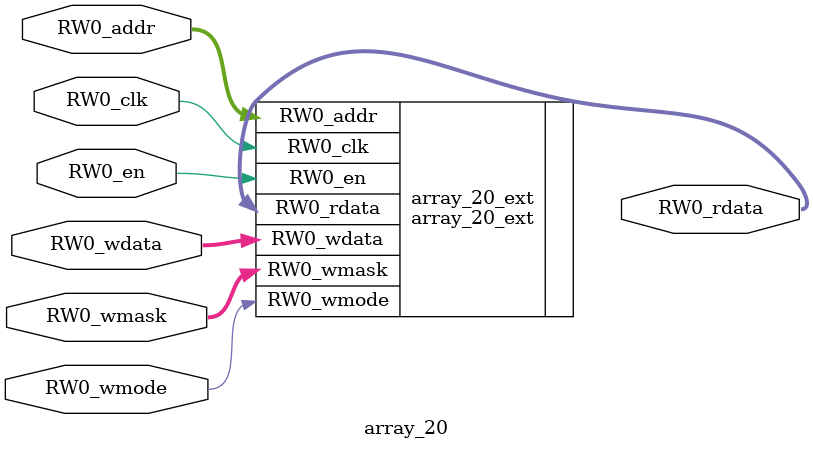
<source format=sv>
`ifndef RANDOMIZE
  `ifdef RANDOMIZE_MEM_INIT
    `define RANDOMIZE
  `endif // RANDOMIZE_MEM_INIT
`endif // not def RANDOMIZE
`ifndef RANDOMIZE
  `ifdef RANDOMIZE_REG_INIT
    `define RANDOMIZE
  `endif // RANDOMIZE_REG_INIT
`endif // not def RANDOMIZE

`ifndef RANDOM
  `define RANDOM $random
`endif // not def RANDOM

// Users can define INIT_RANDOM as general code that gets injected into the
// initializer block for modules with registers.
`ifndef INIT_RANDOM
  `define INIT_RANDOM
`endif // not def INIT_RANDOM

// If using random initialization, you can also define RANDOMIZE_DELAY to
// customize the delay used, otherwise 0.002 is used.
`ifndef RANDOMIZE_DELAY
  `define RANDOMIZE_DELAY 0.002
`endif // not def RANDOMIZE_DELAY

// Define INIT_RANDOM_PROLOG_ for use in our modules below.
`ifndef INIT_RANDOM_PROLOG_
  `ifdef RANDOMIZE
    `ifdef VERILATOR
      `define INIT_RANDOM_PROLOG_ `INIT_RANDOM
    `else  // VERILATOR
      `define INIT_RANDOM_PROLOG_ `INIT_RANDOM #`RANDOMIZE_DELAY begin end
    `endif // VERILATOR
  `else  // RANDOMIZE
    `define INIT_RANDOM_PROLOG_
  `endif // RANDOMIZE
`endif // not def INIT_RANDOM_PROLOG_

// Include register initializers in init blocks unless synthesis is set
`ifndef SYNTHESIS
  `ifndef ENABLE_INITIAL_REG_
    `define ENABLE_INITIAL_REG_
  `endif // not def ENABLE_INITIAL_REG_
`endif // not def SYNTHESIS

// Include rmemory initializers in init blocks unless synthesis is set
`ifndef SYNTHESIS
  `ifndef ENABLE_INITIAL_MEM_
    `define ENABLE_INITIAL_MEM_
  `endif // not def ENABLE_INITIAL_MEM_
`endif // not def SYNTHESIS

module array_20(
  input  [11:0] RW0_addr,
  input         RW0_en,
  input         RW0_clk,
  input         RW0_wmode,
  input  [95:0] RW0_wdata,
  output [95:0] RW0_rdata,
  input  [15:0] RW0_wmask
);

  array_20_ext array_20_ext (
    .RW0_addr  (RW0_addr),
    .RW0_en    (RW0_en),
    .RW0_clk   (RW0_clk),
    .RW0_wmode (RW0_wmode),
    .RW0_wdata (RW0_wdata),
    .RW0_rdata (RW0_rdata),
    .RW0_wmask (RW0_wmask)
  );
endmodule


</source>
